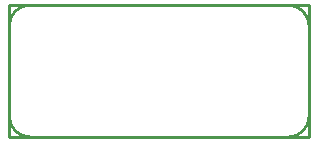
<source format=gko>
G04 Layer: BoardOutline*
G04 EasyEDA v6.1.51, Sat, 29 Jun 2019 11:07:56 GMT*
G04 355074110fe74479bc0a7dbe96e468b0,2a3559ba94084103b258dd4c46581d95,10*
G04 Gerber Generator version 0.2*
G04 Scale: 100 percent, Rotated: No, Reflected: No *
G04 Dimensions in millimeters *
G04 leading zeros omitted , absolute positions ,3 integer and 3 decimal *
%FSLAX33Y33*%
%MOMM*%
G90*
G71D02*

%ADD10C,0.254000*%
G54D10*
G75*
G01X23625Y3D02*
G03X25409Y1787I0J1784D01*
G01*
G01X5Y10673D02*
G01X5Y11181D01*
G01X25405Y11181D01*
G01X25405Y5D01*
G01X5Y5D01*
G01X5Y10673D01*
G75*
G01X25406Y9404D02*
G03X23622Y11187I-1784J0D01*
G01*
G75*
G01X1784Y11182D02*
G03X0Y9398I0J-1784D01*
G01*
G75*
G01X6Y1784D02*
G03X1789Y0I1783J0D01*
G01*

%LPD*%
M00*
M02*

</source>
